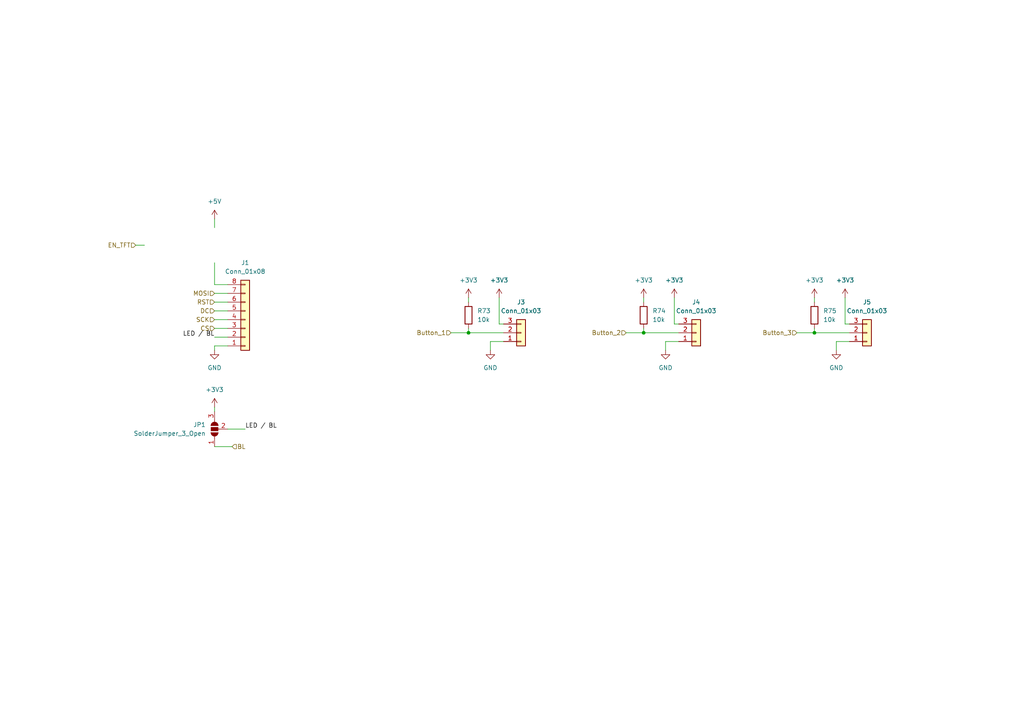
<source format=kicad_sch>
(kicad_sch (version 20211123) (generator eeschema)
  (paper "A4")
  (lib_symbols
    (symbol "Connector_Generic:Conn_01x03" (pin_names (offset 1.016) hide)
      (property "Reference" "J" (at 0 5.08 0))
      (property "Value" "Conn_01x03" (at 0 -5.08 0))
      (symbol "Conn_01x03_1_1"
        (rectangle (start -1.27 -2.413) (end 0 -2.667) (stroke (width 0.1524)))
        (rectangle (start -1.27 0.127) (end 0 -0.127) (stroke (width 0.1524)))
        (rectangle (start -1.27 2.667) (end 0 2.413) (stroke (width 0.1524)))
        (rectangle (start -1.27 3.81) (end 1.27 -3.81) (stroke (width 0.254)) (fill (type background)))
        (pin passive line (at -5.08 2.54 0) (length 3.81) (name "Pin_1") (number "1"))
        (pin passive line (at -5.08 0 0) (length 3.81) (name "Pin_2") (number "2"))
        (pin passive line (at -5.08 -2.54 0) (length 3.81) (name "Pin_3") (number "3"))
      )
    )
    (symbol "Connector_Generic:Conn_01x08" (pin_names (offset 1.016) hide)
      (property "Reference" "J" (at 0 10.16 0))
      (property "Value" "Conn_01x08" (at 0 -12.7 0))
      (symbol "Conn_01x08_1_1"
        (rectangle (start -1.27 -10.033) (end 0 -10.287) (stroke (width 0.1524)))
        (rectangle (start -1.27 -7.493) (end 0 -7.747) (stroke (width 0.1524)))
        (rectangle (start -1.27 -4.953) (end 0 -5.207) (stroke (width 0.1524)))
        (rectangle (start -1.27 -2.413) (end 0 -2.667) (stroke (width 0.1524)))
        (rectangle (start -1.27 0.127) (end 0 -0.127) (stroke (width 0.1524)))
        (rectangle (start -1.27 2.667) (end 0 2.413) (stroke (width 0.1524)))
        (rectangle (start -1.27 5.207) (end 0 4.953) (stroke (width 0.1524)))
        (rectangle (start -1.27 7.747) (end 0 7.493) (stroke (width 0.1524)))
        (rectangle (start -1.27 8.89) (end 1.27 -11.43) (stroke (width 0.254)) (fill (type background)))
        (pin passive line (at -5.08 7.62 0) (length 3.81) (name "Pin_1") (number "1"))
        (pin passive line (at -5.08 5.08 0) (length 3.81) (name "Pin_2") (number "2"))
        (pin passive line (at -5.08 2.54 0) (length 3.81) (name "Pin_3") (number "3"))
        (pin passive line (at -5.08 0 0) (length 3.81) (name "Pin_4") (number "4"))
        (pin passive line (at -5.08 -2.54 0) (length 3.81) (name "Pin_5") (number "5"))
        (pin passive line (at -5.08 -5.08 0) (length 3.81) (name "Pin_6") (number "6"))
        (pin passive line (at -5.08 -7.62 0) (length 3.81) (name "Pin_7") (number "7"))
        (pin passive line (at -5.08 -10.16 0) (length 3.81) (name "Pin_8") (number "8"))
      )
    )
    (symbol "Device:R" (pin_numbers hide) (pin_names (offset 0))
      (property "Reference" "R" (at 2.032 0 90))
      (property "Value" "R" (at 0 0 90))
      (symbol "R_0_1"
        (rectangle (start -1.016 -2.54) (end 1.016 2.54) (stroke (width 0.254)))
      )
      (symbol "R_1_1"
        (pin passive line (at 0 3.81 270) (length 1.27) (name "~") (number "1"))
        (pin passive line (at 0 -3.81 90) (length 1.27) (name "~") (number "2"))
      )
    )
    (symbol "Jumper:SolderJumper_3_Open" (pin_names (offset 0) hide)
      (property "Reference" "JP" (at -2.54 -2.54 0))
      (property "Value" "SolderJumper_3_Open" (at 0 2.794 0))
      (symbol "SolderJumper_3_Open_0_1"
        (arc (start -1.016 1.016) (mid -2.032 0) (end -1.016 -1.016))
        (arc (start -1.016 1.016) (mid -2.032 0) (end -1.016 -1.016) (fill (type outline)))
        (rectangle (start -0.508 1.016) (end 0.508 -1.016) (fill (type outline)))
        (polyline (pts (xy -2.54 0) (xy -2.032 0)))
        (polyline (pts (xy -1.016 1.016) (xy -1.016 -1.016)))
        (polyline (pts (xy 0 -1.27) (xy 0 -1.016)))
        (polyline (pts (xy 1.016 1.016) (xy 1.016 -1.016)))
        (polyline (pts (xy 2.54 0) (xy 2.032 0)))
        (arc (start 1.016 -1.016) (mid 2.032 0) (end 1.016 1.016))
        (arc (start 1.016 -1.016) (mid 2.032 0) (end 1.016 1.016) (fill (type outline)))
      )
      (symbol "SolderJumper_3_Open_1_1"
        (pin passive line (at -5.08 0 0) (length 2.54) (name "A") (number "1"))
        (pin passive line (at 0 -3.81 90) (length 2.54) (name "C") (number "2"))
        (pin passive line (at 5.08 0 180) (length 2.54) (name "B") (number "3"))
      )
    )
    (symbol "power:+3V3" (power) (pin_names (offset 0))
      (property "Value" "+3V3" (at 0 3.556 0))
      (symbol "+3V3_0_1"
        (polyline (pts (xy -0.762 1.27) (xy 0 2.54)))
        (polyline (pts (xy 0 0) (xy 0 2.54)))
        (polyline (pts (xy 0 2.54) (xy 0.762 1.27)))
      )
      (symbol "+3V3_1_1"
        (pin power_in line (at 0 0 90) (length 0) hide (name "+3V3") (number "1"))
      )
    )
    (symbol "power:+5V" (power) (pin_names (offset 0))
      (property "Value" "+5V" (at 0 3.556 0))
      (symbol "+5V_0_1"
        (polyline (pts (xy -0.762 1.27) (xy 0 2.54)))
        (polyline (pts (xy 0 0) (xy 0 2.54)))
        (polyline (pts (xy 0 2.54) (xy 0.762 1.27)))
      )
      (symbol "+5V_1_1"
        (pin power_in line (at 0 0 90) (length 0) hide (name "+5V") (number "1"))
      )
    )
    (symbol "power:GND" (power) (pin_names (offset 0))
      (property "Value" "GND" (at 0 -3.81 0))
      (symbol "GND_0_1"
        (polyline (pts (xy 0 0) (xy 0 -1.27) (xy 1.27 -1.27) (xy 0 -2.54) (xy -1.27 -1.27) (xy 0 -1.27)))
      )
      (symbol "GND_1_1"
        (pin power_in line (at 0 0 270) (length 0) hide (name "GND") (number "1"))
      )
    )
  )
  (junction (at 135.89 96.52))
  (junction (at 186.69 96.52))
  (junction (at 236.22 96.52))
  (wire (pts (xy 245.11 93.98) (xy 246.38 93.98)))
  (wire (pts (xy 135.89 96.52) (xy 146.05 96.52)))
  (wire (pts (xy 62.23 97.79) (xy 66.04 97.79)))
  (wire (pts (xy 142.24 99.06) (xy 142.24 101.6)))
  (wire (pts (xy 195.58 86.36) (xy 195.58 93.98)))
  (wire (pts (xy 186.69 86.36) (xy 186.69 87.63)))
  (wire (pts (xy 144.78 93.98) (xy 146.05 93.98)))
  (wire (pts (xy 62.23 63.5) (xy 62.23 66.04)))
  (wire (pts (xy 62.23 92.71) (xy 66.04 92.71)))
  (wire (pts (xy 186.69 96.52) (xy 196.85 96.52)))
  (wire (pts (xy 130.81 96.52) (xy 135.89 96.52)))
  (wire (pts (xy 135.89 86.36) (xy 135.89 87.63)))
  (wire (pts (xy 236.22 86.36) (xy 236.22 87.63)))
  (wire (pts (xy 144.78 86.36) (xy 144.78 93.98)))
  (wire (pts (xy 62.23 76.2) (xy 62.23 82.55)))
  (wire (pts (xy 236.22 96.52) (xy 246.38 96.52)))
  (wire (pts (xy 62.23 87.63) (xy 66.04 87.63)))
  (wire (pts (xy 62.23 129.54) (xy 67.31 129.54)))
  (wire (pts (xy 62.23 100.33) (xy 66.04 100.33)))
  (wire (pts (xy 135.89 95.25) (xy 135.89 96.52)))
  (wire (pts (xy 39.37 71.12) (xy 41.91 71.12)))
  (wire (pts (xy 236.22 95.25) (xy 236.22 96.52)))
  (wire (pts (xy 193.04 99.06) (xy 193.04 101.6)))
  (wire (pts (xy 62.23 95.25) (xy 66.04 95.25)))
  (wire (pts (xy 193.04 99.06) (xy 196.85 99.06)))
  (wire (pts (xy 62.23 100.33) (xy 62.23 101.6)))
  (wire (pts (xy 66.04 124.46) (xy 71.12 124.46)))
  (wire (pts (xy 142.24 99.06) (xy 146.05 99.06)))
  (wire (pts (xy 242.57 99.06) (xy 246.38 99.06)))
  (wire (pts (xy 66.04 82.55) (xy 62.23 82.55)))
  (wire (pts (xy 245.11 86.36) (xy 245.11 93.98)))
  (wire (pts (xy 62.23 85.09) (xy 66.04 85.09)))
  (wire (pts (xy 195.58 93.98) (xy 196.85 93.98)))
  (wire (pts (xy 181.61 96.52) (xy 186.69 96.52)))
  (wire (pts (xy 242.57 99.06) (xy 242.57 101.6)))
  (wire (pts (xy 186.69 95.25) (xy 186.69 96.52)))
  (wire (pts (xy 62.23 118.11) (xy 62.23 119.38)))
  (wire (pts (xy 231.14 96.52) (xy 236.22 96.52)))
  (wire (pts (xy 62.23 90.17) (xy 66.04 90.17)))
  (label "LED {slash} BL" (at 71.12 124.46 0))
  (label "LED {slash} BL" (at 62.23 97.79 180))
  (hierarchical_label "DC" (shape input) (at 62.23 90.17 180))
  (hierarchical_label "SCK" (shape input) (at 62.23 92.71 180))
  (hierarchical_label "Button_3" (shape input) (at 231.14 96.52 180))
  (hierarchical_label "BL" (shape input) (at 67.31 129.54 0))
  (hierarchical_label "CS" (shape input) (at 62.23 95.25 180))
  (hierarchical_label "Button_1" (shape input) (at 130.81 96.52 180))
  (hierarchical_label "RST" (shape input) (at 62.23 87.63 180))
  (hierarchical_label "Button_2" (shape input) (at 181.61 96.52 180))
  (hierarchical_label "EN_TFT" (shape input) (at 39.37 71.12 180))
  (hierarchical_label "MOSI" (shape input) (at 62.23 85.09 180))
  (symbol (lib_id "power:+3V3") (at 236.22 86.36 0) (unit 1)
    (property "Reference" "#PWR0225" (effects hide))
    (property "Value" "+3V3" (at 236.22 81.28 0))
  )
  (symbol (lib_id "power:+3V3") (at 144.78 86.36 0) (unit 1)
    (property "Reference" "#PWR0223" (effects hide))
    (property "Value" "+3V3" (at 144.78 81.28 0))
  )
  (symbol (lib_id "power:GND") (at 62.23 101.6 0) (unit 1)
    (property "Reference" "#PWR0218" (effects hide))
    (property "Value" "GND" (at 62.23 106.68 0))
  )
  (symbol (lib_id "power:+3V3") (at 195.58 86.36 0) (unit 1)
    (property "Reference" "#PWR0228" (effects hide))
    (property "Value" "+3V3" (at 195.58 81.28 0))
  )
  (symbol (lib_id "power:GND") (at 193.04 101.6 0) (unit 1)
    (property "Reference" "#PWR0222" (effects hide))
    (property "Value" "GND" (at 193.04 106.68 0))
  )
  (symbol (lib_id "Device:R") (at 135.89 91.44 0) (unit 1)
    (property "Reference" "R73" (at 138.43 90.1699 0) (effects (justify left)))
    (property "Value" "10k" (at 138.43 92.7099 0) (effects (justify left)))
    (property "Footprint" "Resistor_SMD:R_0805_2012Metric" (effects hide))
  )
  (symbol (lib_id "Connector_Generic:Conn_01x03") (at 201.93 96.52 0) (mirror x) (unit 1)
    (property "Reference" "J4" (at 201.93 87.63 0))
    (property "Value" "Conn_01x03" (at 201.93 90.17 0))
    (property "Footprint" "Connector_JST:JST_PH_B3B-PH-K_1x03_P2.00mm_Vertical" (effects hide))
  )
  (symbol (lib_id "Connector_Generic:Conn_01x03") (at 151.13 96.52 0) (mirror x) (unit 1)
    (property "Reference" "J3" (at 151.13 87.63 0))
    (property "Value" "Conn_01x03" (at 151.13 90.17 0))
    (property "Footprint" "Connector_JST:JST_PH_B3B-PH-K_1x03_P2.00mm_Vertical" (effects hide))
  )
  (symbol (lib_id "power:GND") (at 142.24 101.6 0) (unit 1)
    (property "Reference" "#PWR0221" (effects hide))
    (property "Value" "GND" (at 142.24 106.68 0))
  )
  (symbol (lib_id "power:+3V3") (at 62.23 118.11 0) (unit 1)
    (property "Reference" "#PWR0217" (effects hide))
    (property "Value" "+3V3" (at 62.23 113.03 0))
  )
  (symbol (lib_id "power:+3V3") (at 245.11 86.36 0) (unit 1)
    (property "Reference" "#PWR0226" (effects hide))
    (property "Value" "+3V3" (at 245.11 81.28 0))
  )
  (symbol (lib_id "Jumper:SolderJumper_3_Open") (at 62.23 124.46 90) (unit 1)
    (property "Reference" "JP1" (at 59.69 123.1899 90) (effects (justify left)))
    (property "Value" "SolderJumper_3_Open" (at 59.69 125.7299 90) (effects (justify left)))
    (property "Footprint" "Jumper:SolderJumper-3_P1.3mm_Open_Pad1.0x1.5mm" (effects hide))
  )
  (symbol (lib_id "power:+3V3") (at 186.69 86.36 0) (unit 1)
    (property "Reference" "#PWR0227" (effects hide))
    (property "Value" "+3V3" (at 186.69 81.28 0))
  )
  (symbol (lib_id "Connector_Generic:Conn_01x03") (at 251.46 96.52 0) (mirror x) (unit 1)
    (property "Reference" "J5" (at 251.46 87.63 0))
    (property "Value" "Conn_01x03" (at 251.46 90.17 0))
    (property "Footprint" "Connector_JST:JST_PH_B3B-PH-K_1x03_P2.00mm_Vertical" (effects hide))
  )
  (symbol (lib_id "power:GND") (at 242.57 101.6 0) (unit 1)
    (property "Reference" "#PWR0220" (effects hide))
    (property "Value" "GND" (at 242.57 106.68 0))
  )
  (symbol (lib_id "Device:R") (at 186.69 91.44 0) (unit 1)
    (property "Reference" "R74" (at 189.23 90.1699 0) (effects (justify left)))
    (property "Value" "10k" (at 189.23 92.7099 0) (effects (justify left)))
    (property "Footprint" "Resistor_SMD:R_0805_2012Metric" (effects hide))
  )
  (symbol (lib_id "Connector_Generic:Conn_01x08") (at 71.12 92.71 0) (mirror x) (unit 1)
    (property "Reference" "J1" (at 71.12 76.2 0))
    (property "Value" "Conn_01x08" (at 71.12 78.74 0))
    (property "Footprint" "Connector_JST:JST_PH_B8B-PH-K_1x08_P2.00mm_Vertical" (effects hide))
  )
  (symbol (lib_id "power:+5V") (at 62.23 63.5 0) (unit 1)
    (property "Reference" "#PWR0219" (effects hide))
    (property "Value" "+5V" (at 62.23 58.42 0))
  )
  (symbol (lib_id "power:+3V3") (at 135.89 86.36 0) (unit 1)
    (property "Reference" "#PWR0224" (effects hide))
    (property "Value" "+3V3" (at 135.89 81.28 0))
  )
  (symbol (lib_id "Device:R") (at 236.22 91.44 0) (unit 1)
    (property "Reference" "R75" (at 238.76 90.1699 0) (effects (justify left)))
    (property "Value" "10k" (at 238.76 92.7099 0) (effects (justify left)))
    (property "Footprint" "Resistor_SMD:R_0805_2012Metric" (effects hide))
  )
)
</source>
